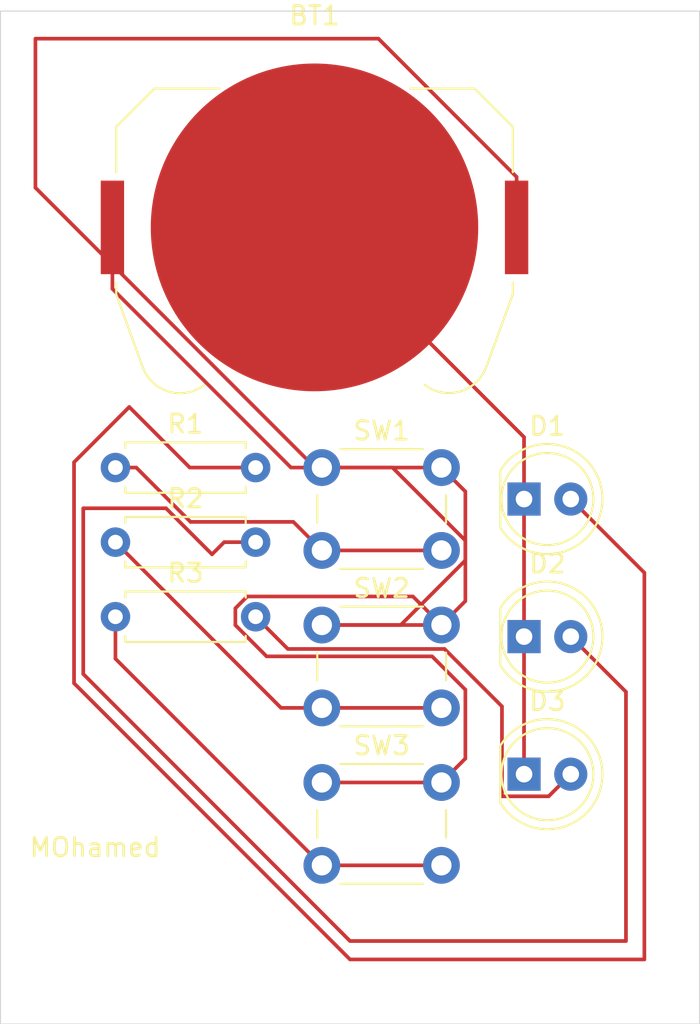
<source format=kicad_pcb>
(kicad_pcb (version 20241229) (generator "pcbnew") (generator_version "9.0")
  (layers (0 "F.Cu" signal) (2 "B.Cu" signal) (13 "F.Paste" user) (15 "B.Paste" user) (5 "F.SilkS" user "F.Silkscreen") (7 "B.SilkS" user "B.Silkscreen") (1 "F.Mask" user) (3 "B.Mask" user) (25 "Edge.Cuts" user))
  (net 0 "")
  (net 1 "Net-(BT1-+)")
  (net 2 "Net-(BT1--)")
  (net 3 "Net-(D1-A)")
  (net 4 "Net-(D2-A)")
  (net 5 "Net-(D3-A)")
  (net 6 "Net-(R1-Pad1)")
  (net 7 "Net-(R2-Pad1)")
  (net 8 "Net-(R3-Pad1)")
  (footprint "Resistor_THT:R_Axial_DIN0207_L6.3mm_D2.5mm_P7.62mm_Horizontal" (layer "F.Cu") (at 138.75 95.79)
    (property "Reference" "R1" (at 3.81 -2.37 0) (layer "F.SilkS"))
    (property "Value" "R")
    (fp_line (start 0.54 -1.37) (end 7.08 -1.37) (stroke (width 0.12)) (layer "F.SilkS"))
    (fp_line (start 0.54 -1.04) (end 0.54 -1.37) (stroke (width 0.12)) (layer "F.SilkS"))
    (fp_line (start 0.54 1.04) (end 0.54 1.37) (stroke (width 0.12)) (layer "F.SilkS"))
    (fp_line (start 0.54 1.37) (end 7.08 1.37) (stroke (width 0.12)) (layer "F.SilkS"))
    (fp_line (start 7.08 -1.37) (end 7.08 -1.04) (stroke (width 0.12)) (layer "F.SilkS"))
    (fp_line (start 7.08 1.37) (end 7.08 1.04) (stroke (width 0.12)) (layer "F.SilkS"))
    (pad "1" thru_hole circle (at 0 0) (size 1.6 1.6) (drill 0.8) (layers "*.Cu" "*.Mask") (net 6 "Net-(R1-Pad1)"))
    (pad "2" thru_hole circle (at 7.62 0) (size 1.6 1.6) (drill 0.8) (layers "*.Cu" "*.Mask") (net 3 "Net-(D1-A)"))
  )
  (footprint "Battery:BatteryHolder_Keystone_3034_1x20mm" (layer "F.Cu") (at 149.57 82.748075)
    (property "Reference" "BT1" (at 0 -11.5 0) (layer "F.SilkS"))
    (property "Value" "Battery_Cell")
    (fp_line (start -10.78 -5.46) (end -10.78 -3) (stroke (width 0.12)) (layer "F.SilkS"))
    (fp_line (start -10.78 3) (end -10.78 3.63) (stroke (width 0.12)) (layer "F.SilkS"))
    (fp_line (start -10.78 3.63) (end -9.34 7.58) (stroke (width 0.12)) (layer "F.SilkS"))
    (fp_line (start -8.7 -7.54) (end -10.78 -5.46) (stroke (width 0.12)) (layer "F.SilkS"))
    (fp_line (start -5.2 -7.54) (end -8.7 -7.54) (stroke (width 0.12)) (layer "F.SilkS"))
    (fp_line (start 8.7 -7.54) (end 5.2 -7.54) (stroke (width 0.12)) (layer "F.SilkS"))
    (fp_line (start 8.7 -7.54) (end 10.78 -5.46) (stroke (width 0.12)) (layer "F.SilkS"))
    (fp_line (start 10.78 -5.46) (end 10.78 -3) (stroke (width 0.12)) (layer "F.SilkS"))
    (fp_line (start 10.78 3) (end 10.78 3.63) (stroke (width 0.12)) (layer "F.SilkS"))
    (fp_line (start 10.78 3.63) (end 9.34 7.58) (stroke (width 0.12)) (layer "F.SilkS"))
    (fp_arc (start -6.003354 8.56653) (mid -7.921654 8.918738) (end -9.34 7.58) (stroke (width 0.12)) (layer "F.SilkS"))
    (fp_arc (start 9.325243 7.588169) (mid 7.90634 8.911668) (end 6 8.55) (stroke (width 0.12)) (layer "F.SilkS"))
    (pad "1" smd rect (at -10.985 0) (size 1.27 5.08) (layers "F.Cu" "F.Mask" "F.Paste") (net 1 "Net-(BT1-+)"))
    (pad "1" smd rect (at 10.985 0) (size 1.27 5.08) (layers "F.Cu" "F.Mask" "F.Paste") (net 1 "Net-(BT1-+)"))
    (pad "2" smd circle (at 0 0) (size 17.8 17.8) (layers "F.Cu" "F.Mask") (net 2 "Net-(BT1--)"))
  )
  (footprint "LED_THT:LED_D5.0mm" (layer "F.Cu") (at 160.96 97.5)
    (property "Reference" "D1" (at 1.27 -3.96 0) (layer "F.SilkS"))
    (property "Value" "LED")
    (fp_line (start -1.29 -1.545) (end -1.29 1.545) (stroke (width 0.12)) (layer "F.SilkS"))
    (fp_arc (start -1.29 -1.54483) (mid 2.071779 -2.880495) (end 4.26 0) (stroke (width 0.12)) (layer "F.SilkS"))
    (fp_arc (start 4.26 0) (mid 2.071779 2.880495) (end -1.29 1.54483) (stroke (width 0.12)) (layer "F.SilkS"))
    (fp_circle (center 1.27 0) (end 3.77 0) (stroke (width 0.12)) (fill no) (layer "F.SilkS"))
    (pad "1" thru_hole rect (at 0 0) (size 1.8 1.8) (drill 0.9) (layers "*.Cu" "*.Mask") (net 2 "Net-(BT1--)"))
    (pad "2" thru_hole circle (at 2.54 0) (size 1.8 1.8) (drill 0.9) (layers "*.Cu" "*.Mask") (net 3 "Net-(D1-A)"))
  )
  (footprint "Resistor_THT:R_Axial_DIN0207_L6.3mm_D2.5mm_P7.62mm_Horizontal" (layer "F.Cu") (at 138.75 103.89)
    (property "Reference" "R3" (at 3.81 -2.37 0) (layer "F.SilkS"))
    (property "Value" "R")
    (fp_line (start 0.54 -1.37) (end 7.08 -1.37) (stroke (width 0.12)) (layer "F.SilkS"))
    (fp_line (start 0.54 -1.04) (end 0.54 -1.37) (stroke (width 0.12)) (layer "F.SilkS"))
    (fp_line (start 0.54 1.04) (end 0.54 1.37) (stroke (width 0.12)) (layer "F.SilkS"))
    (fp_line (start 0.54 1.37) (end 7.08 1.37) (stroke (width 0.12)) (layer "F.SilkS"))
    (fp_line (start 7.08 -1.37) (end 7.08 -1.04) (stroke (width 0.12)) (layer "F.SilkS"))
    (fp_line (start 7.08 1.37) (end 7.08 1.04) (stroke (width 0.12)) (layer "F.SilkS"))
    (pad "1" thru_hole circle (at 0 0) (size 1.6 1.6) (drill 0.8) (layers "*.Cu" "*.Mask") (net 8 "Net-(R3-Pad1)"))
    (pad "2" thru_hole circle (at 7.62 0) (size 1.6 1.6) (drill 0.8) (layers "*.Cu" "*.Mask") (net 5 "Net-(D3-A)"))
  )
  (footprint "Button_Switch_THT:SW_PUSH_6mm" (layer "F.Cu") (at 149.97 112.89)
    (property "Reference" "SW3" (at 3.25 -2 0) (layer "F.SilkS"))
    (property "Value" "SW_Push")
    (fp_line (start -0.25 1.5) (end -0.25 3) (stroke (width 0.12)) (layer "F.SilkS"))
    (fp_line (start 1 5.5) (end 5.5 5.5) (stroke (width 0.12)) (layer "F.SilkS"))
    (fp_line (start 5.5 -1) (end 1 -1) (stroke (width 0.12)) (layer "F.SilkS"))
    (fp_line (start 6.75 3) (end 6.75 1.5) (stroke (width 0.12)) (layer "F.SilkS"))
    (pad "1" thru_hole circle (at 0 0 90) (size 2 2) (drill 1.1) (layers "*.Cu" "*.Mask") (net 1 "Net-(BT1-+)"))
    (pad "1" thru_hole circle (at 6.5 0 90) (size 2 2) (drill 1.1) (layers "*.Cu" "*.Mask") (net 1 "Net-(BT1-+)"))
    (pad "2" thru_hole circle (at 0 4.5 90) (size 2 2) (drill 1.1) (layers "*.Cu" "*.Mask") (net 8 "Net-(R3-Pad1)"))
    (pad "2" thru_hole circle (at 6.5 4.5 90) (size 2 2) (drill 1.1) (layers "*.Cu" "*.Mask") (net 8 "Net-(R3-Pad1)"))
  )
  (footprint "LED_THT:LED_D5.0mm" (layer "F.Cu") (at 160.96 112.44)
    (property "Reference" "D3" (at 1.27 -3.96 0) (layer "F.SilkS"))
    (property "Value" "LED")
    (fp_line (start -1.29 -1.545) (end -1.29 1.545) (stroke (width 0.12)) (layer "F.SilkS"))
    (fp_arc (start -1.29 -1.54483) (mid 2.071779 -2.880495) (end 4.26 0) (stroke (width 0.12)) (layer "F.SilkS"))
    (fp_arc (start 4.26 0) (mid 2.071779 2.880495) (end -1.29 1.54483) (stroke (width 0.12)) (layer "F.SilkS"))
    (fp_circle (center 1.27 0) (end 3.77 0) (stroke (width 0.12)) (fill no) (layer "F.SilkS"))
    (pad "1" thru_hole rect (at 0 0) (size 1.8 1.8) (drill 0.9) (layers "*.Cu" "*.Mask") (net 2 "Net-(BT1--)"))
    (pad "2" thru_hole circle (at 2.54 0) (size 1.8 1.8) (drill 0.9) (layers "*.Cu" "*.Mask") (net 5 "Net-(D3-A)"))
  )
  (footprint "Resistor_THT:R_Axial_DIN0207_L6.3mm_D2.5mm_P7.62mm_Horizontal" (layer "F.Cu") (at 138.75 99.84)
    (property "Reference" "R2" (at 3.81 -2.37 0) (layer "F.SilkS"))
    (property "Value" "R")
    (fp_line (start 0.54 -1.37) (end 7.08 -1.37) (stroke (width 0.12)) (layer "F.SilkS"))
    (fp_line (start 0.54 -1.04) (end 0.54 -1.37) (stroke (width 0.12)) (layer "F.SilkS"))
    (fp_line (start 0.54 1.04) (end 0.54 1.37) (stroke (width 0.12)) (layer "F.SilkS"))
    (fp_line (start 0.54 1.37) (end 7.08 1.37) (stroke (width 0.12)) (layer "F.SilkS"))
    (fp_line (start 7.08 -1.37) (end 7.08 -1.04) (stroke (width 0.12)) (layer "F.SilkS"))
    (fp_line (start 7.08 1.37) (end 7.08 1.04) (stroke (width 0.12)) (layer "F.SilkS"))
    (pad "1" thru_hole circle (at 0 0) (size 1.6 1.6) (drill 0.8) (layers "*.Cu" "*.Mask") (net 7 "Net-(R2-Pad1)"))
    (pad "2" thru_hole circle (at 7.62 0) (size 1.6 1.6) (drill 0.8) (layers "*.Cu" "*.Mask") (net 4 "Net-(D2-A)"))
  )
  (footprint "Button_Switch_THT:SW_PUSH_6mm" (layer "F.Cu") (at 149.97 95.79)
    (property "Reference" "SW1" (at 3.25 -2 0) (layer "F.SilkS"))
    (property "Value" "SW_Push")
    (fp_line (start -0.25 1.5) (end -0.25 3) (stroke (width 0.12)) (layer "F.SilkS"))
    (fp_line (start 1 5.5) (end 5.5 5.5) (stroke (width 0.12)) (layer "F.SilkS"))
    (fp_line (start 5.5 -1) (end 1 -1) (stroke (width 0.12)) (layer "F.SilkS"))
    (fp_line (start 6.75 3) (end 6.75 1.5) (stroke (width 0.12)) (layer "F.SilkS"))
    (pad "1" thru_hole circle (at 0 0 90) (size 2 2) (drill 1.1) (layers "*.Cu" "*.Mask") (net 1 "Net-(BT1-+)"))
    (pad "1" thru_hole circle (at 6.5 0 90) (size 2 2) (drill 1.1) (layers "*.Cu" "*.Mask") (net 1 "Net-(BT1-+)"))
    (pad "2" thru_hole circle (at 0 4.5 90) (size 2 2) (drill 1.1) (layers "*.Cu" "*.Mask") (net 6 "Net-(R1-Pad1)"))
    (pad "2" thru_hole circle (at 6.5 4.5 90) (size 2 2) (drill 1.1) (layers "*.Cu" "*.Mask") (net 6 "Net-(R1-Pad1)"))
  )
  (footprint "LED_THT:LED_D5.0mm" (layer "F.Cu") (at 160.96 104.97)
    (property "Reference" "D2" (at 1.27 -3.96 0) (layer "F.SilkS"))
    (property "Value" "LED")
    (fp_line (start -1.29 -1.545) (end -1.29 1.545) (stroke (width 0.12)) (layer "F.SilkS"))
    (fp_arc (start -1.29 -1.54483) (mid 2.071779 -2.880495) (end 4.26 0) (stroke (width 0.12)) (layer "F.SilkS"))
    (fp_arc (start 4.26 0) (mid 2.071779 2.880495) (end -1.29 1.54483) (stroke (width 0.12)) (layer "F.SilkS"))
    (fp_circle (center 1.27 0) (end 3.77 0) (stroke (width 0.12)) (fill no) (layer "F.SilkS"))
    (pad "1" thru_hole rect (at 0 0) (size 1.8 1.8) (drill 0.9) (layers "*.Cu" "*.Mask") (net 2 "Net-(BT1--)"))
    (pad "2" thru_hole circle (at 2.54 0) (size 1.8 1.8) (drill 0.9) (layers "*.Cu" "*.Mask") (net 4 "Net-(D2-A)"))
  )
  (footprint "Button_Switch_THT:SW_PUSH_6mm" (layer "F.Cu") (at 149.97 104.34)
    (property "Reference" "SW2" (at 3.25 -2 0) (layer "F.SilkS"))
    (property "Value" "SW_Push")
    (fp_line (start -0.25 1.5) (end -0.25 3) (stroke (width 0.12)) (layer "F.SilkS"))
    (fp_line (start 1 5.5) (end 5.5 5.5) (stroke (width 0.12)) (layer "F.SilkS"))
    (fp_line (start 5.5 -1) (end 1 -1) (stroke (width 0.12)) (layer "F.SilkS"))
    (fp_line (start 6.75 3) (end 6.75 1.5) (stroke (width 0.12)) (layer "F.SilkS"))
    (pad "1" thru_hole circle (at 0 0 90) (size 2 2) (drill 1.1) (layers "*.Cu" "*.Mask") (net 1 "Net-(BT1-+)"))
    (pad "1" thru_hole circle (at 6.5 0 90) (size 2 2) (drill 1.1) (layers "*.Cu" "*.Mask") (net 1 "Net-(BT1-+)"))
    (pad "2" thru_hole circle (at 0 4.5 90) (size 2 2) (drill 1.1) (layers "*.Cu" "*.Mask") (net 7 "Net-(R2-Pad1)"))
    (pad "2" thru_hole circle (at 6.5 4.5 90) (size 2 2) (drill 1.1) (layers "*.Cu" "*.Mask") (net 7 "Net-(R2-Pad1)"))
  )
  (gr_rect (start 132.5 71) (end 170.5 126) (stroke (width 0.05)) (fill no) (layer "Edge.Cuts"))
  (gr_text "MOhamed" (at 134 117 0) (layer "F.SilkS") (effects (font (size 1 1)) (justify left bottom)))
  (segment (start 156.76 95.5) (end 156.47 95.79) (width 0.2) (layer "F.Cu") (net 1))
  (segment (start 157.771 107.851108) (end 155.961892 106.042) (width 0.2) (layer "F.Cu") (net 1))
  (segment (start 160.555 80.008075) (end 160.555 82.748075) (width 0.2) (layer "F.Cu") (net 1))
  (segment (start 157.771 97.091) (end 156.47 95.79) (width 0.2) (layer "F.Cu") (net 1))
  (segment (start 156.47 95.79) (end 156.5 95.82) (width 0.2) (layer "F.Cu") (net 1))
  (segment (start 157.771 103.039) (end 157.771 97.091) (width 0.2) (layer "F.Cu") (net 1))
  (segment (start 154.259892 104.34) (end 149.97 104.34) (width 0.2) (layer "F.Cu") (net 1))
  (segment (start 155.961892 106.042) (end 146.96495 106.042) (width 0.2) (layer "F.Cu") (net 1))
  (segment (start 149.97 95.79) (end 148.29 95.79) (width 0.2) (layer "F.Cu") (net 1))
  (segment (start 156.47 95.79) (end 149.599746 95.79) (width 0.2) (layer "F.Cu") (net 1))
  (segment (start 157.771 99.751108) (end 157.771 100.828892) (width 0.2) (layer "F.Cu") (net 1))
  (segment (start 146.96495 106.042) (end 145.269 104.34605) (width 0.2) (layer "F.Cu") (net 1))
  (segment (start 156.47 112.89) (end 157.771 111.589) (width 0.2) (layer "F.Cu") (net 1))
  (segment (start 154.919 102.789) (end 156.47 104.34) (width 0.2) (layer "F.Cu") (net 1))
  (segment (start 148.29 95.79) (end 138.585 86.085) (width 0.2) (layer "F.Cu") (net 1))
  (segment (start 145.269 104.34605) (end 145.269 103.43395) (width 0.2) (layer "F.Cu") (net 1))
  (segment (start 153.046925 72.5) (end 160.555 80.008075) (width 0.2) (layer "F.Cu") (net 1))
  (segment (start 134.401 80.591254) (end 134.401 72.5) (width 0.2) (layer "F.Cu") (net 1))
  (segment (start 156.47 104.34) (end 157.771 103.039) (width 0.2) (layer "F.Cu") (net 1))
  (segment (start 157.771 100.828892) (end 154.259892 104.34) (width 0.2) (layer "F.Cu") (net 1))
  (segment (start 149.97 95.79) (end 153.809892 95.79) (width 0.2) (layer "F.Cu") (net 1))
  (segment (start 145.269 103.43395) (end 145.91395 102.789) (width 0.2) (layer "F.Cu") (net 1))
  (segment (start 153.809892 95.79) (end 157.771 99.751108) (width 0.2) (layer "F.Cu") (net 1))
  (segment (start 134.401 72.5) (end 153.046925 72.5) (width 0.2) (layer "F.Cu") (net 1))
  (segment (start 156.76 95.5) (end 157 95.5) (width 0.2) (layer "F.Cu") (net 1))
  (segment (start 157.771 111.589) (end 157.771 107.851108) (width 0.2) (layer "F.Cu") (net 1))
  (segment (start 149.97 104.34) (end 156.47 104.34) (width 0.2) (layer "F.Cu") (net 1))
  (segment (start 138.585 86.085) (end 138.585 82.748075) (width 0.2) (layer "F.Cu") (net 1))
  (segment (start 145.91395 102.789) (end 154.919 102.789) (width 0.2) (layer "F.Cu") (net 1))
  (segment (start 149.599746 95.79) (end 134.401 80.591254) (width 0.2) (layer "F.Cu") (net 1))
  (segment (start 149.97 112.89) (end 156.47 112.89) (width 0.2) (layer "F.Cu") (net 1))
  (segment (start 156.5 95.82) (end 156.5 96) (width 0.2) (layer "F.Cu") (net 1))
  (via (at 156.47 104.34) (size 0.6) (drill 0.3) (layers "F.Cu" "B.Cu") (net 1))
  (segment (start 160.96 97.5) (end 160.96 94.138075) (width 0.2) (layer "F.Cu") (net 2))
  (segment (start 160.96 104.97) (end 160.96 112.44) (width 0.2) (layer "F.Cu") (net 2))
  (segment (start 160.96 97.5) (end 160.96 104.97) (width 0.2) (layer "F.Cu") (net 2))
  (segment (start 160.96 94.138075) (end 149.57 82.748075) (width 0.2) (layer "F.Cu") (net 2))
  (segment (start 136.5 95.5) (end 139.5 92.5) (width 0.2) (layer "F.Cu") (net 3))
  (segment (start 142.79 95.79) (end 146.37 95.79) (width 0.2) (layer "F.Cu") (net 3))
  (segment (start 139.5 92.5) (end 142.79 95.79) (width 0.2) (layer "F.Cu") (net 3))
  (segment (start 163.5 97.5) (end 167.5 101.5) (width 0.2) (layer "F.Cu") (net 3))
  (segment (start 151.5 122.5) (end 136.5 107.5) (width 0.2) (layer "F.Cu") (net 3))
  (segment (start 167.5 101.5) (end 167.5 122.5) (width 0.2) (layer "F.Cu") (net 3))
  (segment (start 136.5 107.5) (end 136.5 95.5) (width 0.2) (layer "F.Cu") (net 3))
  (segment (start 167.5 122.5) (end 151.5 122.5) (width 0.2) (layer "F.Cu") (net 3))
  (segment (start 151.5 121.5) (end 137 107) (width 0.2) (layer "F.Cu") (net 4))
  (segment (start 163.5 104.97) (end 166.5 107.97) (width 0.2) (layer "F.Cu") (net 4))
  (segment (start 144 100.5) (end 144.66 99.84) (width 0.2) (layer "F.Cu") (net 4))
  (segment (start 166.5 107.97) (end 166.5 121.5) (width 0.2) (layer "F.Cu") (net 4))
  (segment (start 166.5 121.5) (end 151.5 121.5) (width 0.2) (layer "F.Cu") (net 4))
  (segment (start 144.66 99.84) (end 146.37 99.84) (width 0.2) (layer "F.Cu") (net 4))
  (segment (start 141.5 98) (end 144 100.5) (width 0.2) (layer "F.Cu") (net 4))
  (segment (start 137 107) (end 137 98) (width 0.2) (layer "F.Cu") (net 4))
  (segment (start 137 98) (end 141.5 98) (width 0.2) (layer "F.Cu") (net 4))
  (segment (start 162.299 113.641) (end 163.5 112.44) (width 0.2) (layer "F.Cu") (net 5))
  (segment (start 159.759 113.641) (end 162.299 113.641) (width 0.2) (layer "F.Cu") (net 5))
  (segment (start 156.641 105.641) (end 159.759 108.759) (width 0.2) (layer "F.Cu") (net 5))
  (segment (start 148.121 105.641) (end 156.641 105.641) (width 0.2) (layer "F.Cu") (net 5))
  (segment (start 159.759 108.759) (end 159.759 113.641) (width 0.2) (layer "F.Cu") (net 5))
  (segment (start 146.37 103.89) (end 148.121 105.641) (width 0.2) (layer "F.Cu") (net 5))
  (segment (start 149.97 100.29) (end 156.47 100.29) (width 0.2) (layer "F.Cu") (net 6))
  (segment (start 142.83037 98.739) (end 139.88137 95.79) (width 0.2) (layer "F.Cu") (net 6))
  (segment (start 149.97 100.29) (end 148.419 98.739) (width 0.2) (layer "F.Cu") (net 6))
  (segment (start 139.88137 95.79) (end 138.75 95.79) (width 0.2) (layer "F.Cu") (net 6))
  (segment (start 148.419 98.739) (end 142.83037 98.739) (width 0.2) (layer "F.Cu") (net 6))
  (segment (start 147.75 108.84) (end 149.97 108.84) (width 0.2) (layer "F.Cu") (net 7))
  (segment (start 149.97 108.84) (end 156.47 108.84) (width 0.2) (layer "F.Cu") (net 7))
  (segment (start 138.75 99.84) (end 147.75 108.84) (width 0.2) (layer "F.Cu") (net 7))
  (segment (start 138.75 106.17) (end 138.75 103.89) (width 0.2) (layer "F.Cu") (net 8))
  (segment (start 149.97 117.39) (end 138.75 106.17) (width 0.2) (layer "F.Cu") (net 8))
  (segment (start 156.47 117.39) (end 149.97 117.39) (width 0.2) (layer "F.Cu") (net 8))
)
</source>
